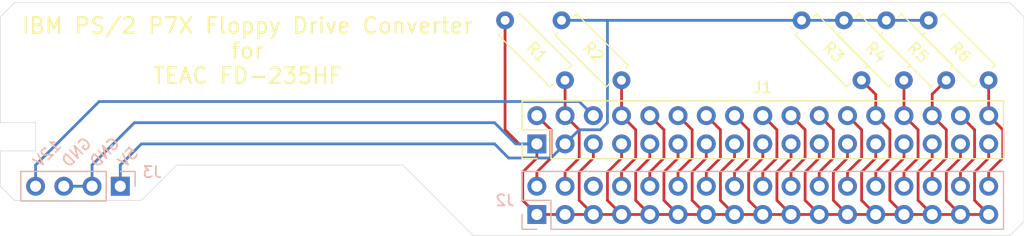
<source format=kicad_pcb>
(kicad_pcb (version 20171130) (host pcbnew 5.1.9)

  (general
    (thickness 1.6)
    (drawings 21)
    (tracks 163)
    (zones 0)
    (modules 9)
    (nets 21)
  )

  (page A4)
  (title_block
    (title "IBM PS/2 P7X Floppy Drive Converter for TEAC FD-235HF")
    (date 2021-04-23)
    (rev v02)
    (company "Malte Dehling")
  )

  (layers
    (0 F.Cu signal)
    (31 B.Cu signal)
    (32 B.Adhes user)
    (33 F.Adhes user)
    (34 B.Paste user)
    (35 F.Paste user)
    (36 B.SilkS user)
    (37 F.SilkS user)
    (38 B.Mask user)
    (39 F.Mask user)
    (40 Dwgs.User user)
    (41 Cmts.User user)
    (42 Eco1.User user)
    (43 Eco2.User user)
    (44 Edge.Cuts user)
    (45 Margin user)
    (46 B.CrtYd user)
    (47 F.CrtYd user)
    (48 B.Fab user)
    (49 F.Fab user)
  )

  (setup
    (last_trace_width 0.25)
    (trace_clearance 0.2)
    (zone_clearance 0.508)
    (zone_45_only no)
    (trace_min 0.2)
    (via_size 0.8)
    (via_drill 0.4)
    (via_min_size 0.4)
    (via_min_drill 0.3)
    (uvia_size 0.3)
    (uvia_drill 0.1)
    (uvias_allowed no)
    (uvia_min_size 0.2)
    (uvia_min_drill 0.1)
    (edge_width 0.05)
    (segment_width 0.2)
    (pcb_text_width 0.3)
    (pcb_text_size 1.5 1.5)
    (mod_edge_width 0.12)
    (mod_text_size 1 1)
    (mod_text_width 0.15)
    (pad_size 1.524 1.524)
    (pad_drill 0.762)
    (pad_to_mask_clearance 0)
    (aux_axis_origin 0 0)
    (visible_elements FFFFFF7F)
    (pcbplotparams
      (layerselection 0x010fc_ffffffff)
      (usegerberextensions false)
      (usegerberattributes true)
      (usegerberadvancedattributes true)
      (creategerberjobfile true)
      (excludeedgelayer true)
      (linewidth 0.100000)
      (plotframeref false)
      (viasonmask false)
      (mode 1)
      (useauxorigin false)
      (hpglpennumber 1)
      (hpglpenspeed 20)
      (hpglpendiameter 15.000000)
      (psnegative false)
      (psa4output false)
      (plotreference true)
      (plotvalue true)
      (plotinvisibletext false)
      (padsonsilk false)
      (subtractmaskfromsilk false)
      (outputformat 1)
      (mirror false)
      (drillshape 1)
      (scaleselection 1)
      (outputdirectory ""))
  )

  (net 0 "")
  (net 1 GND)
  (net 2 /HDSEL)
  (net 3 +5V)
  (net 4 /ID1)
  (net 5 +12V)
  (net 6 /INDEX)
  (net 7 /MOTEN_B)
  (net 8 /DSEL_A)
  (net 9 /DSEL_B)
  (net 10 /MOTEN_A)
  (net 11 /DIR)
  (net 12 /STEP)
  (net 13 /WDATA)
  (net 14 /WENABLE)
  (net 15 /TRACK0)
  (net 16 /WPROT)
  (net 17 /RDATA)
  (net 18 /H1SEL)
  (net 19 /DISKCHG)
  (net 20 "Net-(J2-Pad6)")

  (net_class Default "This is the default net class."
    (clearance 0.2)
    (trace_width 0.25)
    (via_dia 0.8)
    (via_drill 0.4)
    (uvia_dia 0.3)
    (uvia_drill 0.1)
    (add_net +12V)
    (add_net +5V)
    (add_net /DIR)
    (add_net /DISKCHG)
    (add_net /DSEL_A)
    (add_net /DSEL_B)
    (add_net /H1SEL)
    (add_net /HDSEL)
    (add_net /ID1)
    (add_net /INDEX)
    (add_net /MOTEN_A)
    (add_net /MOTEN_B)
    (add_net /RDATA)
    (add_net /STEP)
    (add_net /TRACK0)
    (add_net /WDATA)
    (add_net /WENABLE)
    (add_net /WPROT)
    (add_net GND)
    (add_net "Net-(J2-Pad6)")
  )

  (module Connector_PinSocket_2.54mm:PinSocket_1x04_P2.54mm_Vertical (layer B.Cu) (tedit 5A19A429) (tstamp 60443387)
    (at 115.57 109.22 90)
    (descr "Through hole straight socket strip, 1x04, 2.54mm pitch, single row (from Kicad 4.0.7), script generated")
    (tags "Through hole socket strip THT 1x04 2.54mm single row")
    (path /6032E183)
    (fp_text reference J3 (at 1.27 1.905 unlocked) (layer B.SilkS)
      (effects (font (size 1 1) (thickness 0.15)) (justify right mirror))
    )
    (fp_text value "Floppy Power" (at 2.54 -3.81 180) (layer B.Fab)
      (effects (font (size 1 1) (thickness 0.15)) (justify mirror))
    )
    (fp_text user %R (at 1.27 1.905 unlocked) (layer B.Fab)
      (effects (font (size 1 1) (thickness 0.15)) (justify right mirror))
    )
    (fp_line (start -1.27 1.27) (end 0.635 1.27) (layer B.Fab) (width 0.1))
    (fp_line (start 0.635 1.27) (end 1.27 0.635) (layer B.Fab) (width 0.1))
    (fp_line (start 1.27 0.635) (end 1.27 -8.89) (layer B.Fab) (width 0.1))
    (fp_line (start 1.27 -8.89) (end -1.27 -8.89) (layer B.Fab) (width 0.1))
    (fp_line (start -1.27 -8.89) (end -1.27 1.27) (layer B.Fab) (width 0.1))
    (fp_line (start -1.33 -1.27) (end 1.33 -1.27) (layer B.SilkS) (width 0.12))
    (fp_line (start -1.33 -1.27) (end -1.33 -8.95) (layer B.SilkS) (width 0.12))
    (fp_line (start -1.33 -8.95) (end 1.33 -8.95) (layer B.SilkS) (width 0.12))
    (fp_line (start 1.33 -1.27) (end 1.33 -8.95) (layer B.SilkS) (width 0.12))
    (fp_line (start 1.33 1.33) (end 1.33 0) (layer B.SilkS) (width 0.12))
    (fp_line (start 0 1.33) (end 1.33 1.33) (layer B.SilkS) (width 0.12))
    (fp_line (start -1.8 1.8) (end 1.75 1.8) (layer B.CrtYd) (width 0.05))
    (fp_line (start 1.75 1.8) (end 1.75 -9.4) (layer B.CrtYd) (width 0.05))
    (fp_line (start 1.75 -9.4) (end -1.8 -9.4) (layer B.CrtYd) (width 0.05))
    (fp_line (start -1.8 -9.4) (end -1.8 1.8) (layer B.CrtYd) (width 0.05))
    (pad 1 thru_hole rect (at 0 0 90) (size 1.7 1.7) (drill 1) (layers *.Cu *.Mask)
      (net 3 +5V))
    (pad 2 thru_hole oval (at 0 -2.54 90) (size 1.7 1.7) (drill 1) (layers *.Cu *.Mask)
      (net 1 GND))
    (pad 3 thru_hole oval (at 0 -5.08 90) (size 1.7 1.7) (drill 1) (layers *.Cu *.Mask)
      (net 1 GND))
    (pad 4 thru_hole oval (at 0 -7.62 90) (size 1.7 1.7) (drill 1) (layers *.Cu *.Mask)
      (net 5 +12V))
    (model ${KISYS3DMOD}/Connector_PinSocket_2.54mm.3dshapes/PinSocket_1x04_P2.54mm_Vertical.wrl
      (at (xyz 0 0 0))
      (scale (xyz 1 1 1))
      (rotate (xyz 0 0 0))
    )
  )

  (module Resistor_THT:R_Axial_DIN0207_L6.3mm_D2.5mm_P7.62mm_Horizontal (layer F.Cu) (tedit 5AE5139B) (tstamp 604433F4)
    (at 188.2775 94.2975 315)
    (descr "Resistor, Axial_DIN0207 series, Axial, Horizontal, pin pitch=7.62mm, 0.25W = 1/4W, length*diameter=6.3*2.5mm^2, http://cdn-reichelt.de/documents/datenblatt/B400/1_4W%23YAG.pdf")
    (tags "Resistor Axial_DIN0207 series Axial Horizontal pin pitch 7.62mm 0.25W = 1/4W length 6.3mm diameter 2.5mm")
    (path /6048DB0C)
    (fp_text reference R6 (at 4.041115 0 315 unlocked) (layer F.SilkS)
      (effects (font (size 1 1) (thickness 0.15)))
    )
    (fp_text value 1K (at 5.837166 0 315 unlocked) (layer F.Fab)
      (effects (font (size 1 1) (thickness 0.15)))
    )
    (fp_line (start 8.67 -1.5) (end -1.05 -1.5) (layer F.CrtYd) (width 0.05))
    (fp_line (start 8.67 1.5) (end 8.67 -1.5) (layer F.CrtYd) (width 0.05))
    (fp_line (start -1.05 1.5) (end 8.67 1.5) (layer F.CrtYd) (width 0.05))
    (fp_line (start -1.05 -1.5) (end -1.05 1.5) (layer F.CrtYd) (width 0.05))
    (fp_line (start 7.08 1.37) (end 7.08 1.04) (layer F.SilkS) (width 0.12))
    (fp_line (start 0.54 1.37) (end 7.08 1.37) (layer F.SilkS) (width 0.12))
    (fp_line (start 0.54 1.04) (end 0.54 1.37) (layer F.SilkS) (width 0.12))
    (fp_line (start 7.08 -1.37) (end 7.08 -1.04) (layer F.SilkS) (width 0.12))
    (fp_line (start 0.54 -1.37) (end 7.08 -1.37) (layer F.SilkS) (width 0.12))
    (fp_line (start 0.54 -1.04) (end 0.54 -1.37) (layer F.SilkS) (width 0.12))
    (fp_line (start 7.62 0) (end 6.96 0) (layer F.Fab) (width 0.1))
    (fp_line (start 0 0) (end 0.66 0) (layer F.Fab) (width 0.1))
    (fp_line (start 6.96 -1.25) (end 0.66 -1.25) (layer F.Fab) (width 0.1))
    (fp_line (start 6.96 1.25) (end 6.96 -1.25) (layer F.Fab) (width 0.1))
    (fp_line (start 0.66 1.25) (end 6.96 1.25) (layer F.Fab) (width 0.1))
    (fp_line (start 0.66 -1.25) (end 0.66 1.25) (layer F.Fab) (width 0.1))
    (fp_text user %R (at 4.041115 0 315 unlocked) (layer F.Fab)
      (effects (font (size 1 1) (thickness 0.15)))
    )
    (pad 2 thru_hole oval (at 7.62 0 315) (size 1.6 1.6) (drill 0.8) (layers *.Cu *.Mask)
      (net 19 /DISKCHG))
    (pad 1 thru_hole circle (at 0 0 315) (size 1.6 1.6) (drill 0.8) (layers *.Cu *.Mask)
      (net 3 +5V))
    (model ${KISYS3DMOD}/Resistor_THT.3dshapes/R_Axial_DIN0207_L6.3mm_D2.5mm_P7.62mm_Horizontal.wrl
      (at (xyz 0 0 0))
      (scale (xyz 1 1 1))
      (rotate (xyz 0 0 0))
    )
  )

  (module Resistor_THT:R_Axial_DIN0207_L6.3mm_D2.5mm_P7.62mm_Horizontal (layer F.Cu) (tedit 5AE5139B) (tstamp 604384AF)
    (at 155.2575 94.2975 315)
    (descr "Resistor, Axial_DIN0207 series, Axial, Horizontal, pin pitch=7.62mm, 0.25W = 1/4W, length*diameter=6.3*2.5mm^2, http://cdn-reichelt.de/documents/datenblatt/B400/1_4W%23YAG.pdf")
    (tags "Resistor Axial_DIN0207 series Axial Horizontal pin pitch 7.62mm 0.25W = 1/4W length 6.3mm diameter 2.5mm")
    (path /602ED89B)
    (fp_text reference R2 (at 4.041115 0 315 unlocked) (layer F.SilkS)
      (effects (font (size 1 1) (thickness 0.15)))
    )
    (fp_text value 1K (at 5.837166 0 315 unlocked) (layer F.Fab)
      (effects (font (size 1 1) (thickness 0.15)))
    )
    (fp_line (start 8.67 -1.5) (end -1.05 -1.5) (layer F.CrtYd) (width 0.05))
    (fp_line (start 8.67 1.5) (end 8.67 -1.5) (layer F.CrtYd) (width 0.05))
    (fp_line (start -1.05 1.5) (end 8.67 1.5) (layer F.CrtYd) (width 0.05))
    (fp_line (start -1.05 -1.5) (end -1.05 1.5) (layer F.CrtYd) (width 0.05))
    (fp_line (start 7.08 1.37) (end 7.08 1.04) (layer F.SilkS) (width 0.12))
    (fp_line (start 0.54 1.37) (end 7.08 1.37) (layer F.SilkS) (width 0.12))
    (fp_line (start 0.54 1.04) (end 0.54 1.37) (layer F.SilkS) (width 0.12))
    (fp_line (start 7.08 -1.37) (end 7.08 -1.04) (layer F.SilkS) (width 0.12))
    (fp_line (start 0.54 -1.37) (end 7.08 -1.37) (layer F.SilkS) (width 0.12))
    (fp_line (start 0.54 -1.04) (end 0.54 -1.37) (layer F.SilkS) (width 0.12))
    (fp_line (start 7.62 0) (end 6.96 0) (layer F.Fab) (width 0.1))
    (fp_line (start 0 0) (end 0.66 0) (layer F.Fab) (width 0.1))
    (fp_line (start 6.96 -1.25) (end 0.66 -1.25) (layer F.Fab) (width 0.1))
    (fp_line (start 6.96 1.25) (end 6.96 -1.25) (layer F.Fab) (width 0.1))
    (fp_line (start 0.66 1.25) (end 6.96 1.25) (layer F.Fab) (width 0.1))
    (fp_line (start 0.66 -1.25) (end 0.66 1.25) (layer F.Fab) (width 0.1))
    (fp_text user %R (at 4.041115 0 315 unlocked) (layer F.Fab)
      (effects (font (size 1 1) (thickness 0.15)))
    )
    (pad 2 thru_hole oval (at 7.62 0 315) (size 1.6 1.6) (drill 0.8) (layers *.Cu *.Mask)
      (net 6 /INDEX))
    (pad 1 thru_hole circle (at 0 0 315) (size 1.6 1.6) (drill 0.8) (layers *.Cu *.Mask)
      (net 3 +5V))
    (model ${KISYS3DMOD}/Resistor_THT.3dshapes/R_Axial_DIN0207_L6.3mm_D2.5mm_P7.62mm_Horizontal.wrl
      (at (xyz 0 0 0))
      (scale (xyz 1 1 1))
      (rotate (xyz 0 0 0))
    )
  )

  (module Resistor_THT:R_Axial_DIN0207_L6.3mm_D2.5mm_P7.62mm_Horizontal (layer F.Cu) (tedit 5AE5139B) (tstamp 6044DAC6)
    (at 150.1775 94.2975 315)
    (descr "Resistor, Axial_DIN0207 series, Axial, Horizontal, pin pitch=7.62mm, 0.25W = 1/4W, length*diameter=6.3*2.5mm^2, http://cdn-reichelt.de/documents/datenblatt/B400/1_4W%23YAG.pdf")
    (tags "Resistor Axial_DIN0207 series Axial Horizontal pin pitch 7.62mm 0.25W = 1/4W length 6.3mm diameter 2.5mm")
    (path /60322258)
    (fp_text reference R1 (at 4.041115 0 315 unlocked) (layer F.SilkS)
      (effects (font (size 1 1) (thickness 0.15)))
    )
    (fp_text value 1K (at 5.837166 0 315 unlocked) (layer F.Fab)
      (effects (font (size 1 1) (thickness 0.15)))
    )
    (fp_line (start 8.67 -1.5) (end -1.05 -1.5) (layer F.CrtYd) (width 0.05))
    (fp_line (start 8.67 1.5) (end 8.67 -1.5) (layer F.CrtYd) (width 0.05))
    (fp_line (start -1.05 1.5) (end 8.67 1.5) (layer F.CrtYd) (width 0.05))
    (fp_line (start -1.05 -1.5) (end -1.05 1.5) (layer F.CrtYd) (width 0.05))
    (fp_line (start 7.08 1.37) (end 7.08 1.04) (layer F.SilkS) (width 0.12))
    (fp_line (start 0.54 1.37) (end 7.08 1.37) (layer F.SilkS) (width 0.12))
    (fp_line (start 0.54 1.04) (end 0.54 1.37) (layer F.SilkS) (width 0.12))
    (fp_line (start 7.08 -1.37) (end 7.08 -1.04) (layer F.SilkS) (width 0.12))
    (fp_line (start 0.54 -1.37) (end 7.08 -1.37) (layer F.SilkS) (width 0.12))
    (fp_line (start 0.54 -1.04) (end 0.54 -1.37) (layer F.SilkS) (width 0.12))
    (fp_line (start 7.62 0) (end 6.96 0) (layer F.Fab) (width 0.1))
    (fp_line (start 0 0) (end 0.66 0) (layer F.Fab) (width 0.1))
    (fp_line (start 6.96 -1.25) (end 0.66 -1.25) (layer F.Fab) (width 0.1))
    (fp_line (start 6.96 1.25) (end 6.96 -1.25) (layer F.Fab) (width 0.1))
    (fp_line (start 0.66 1.25) (end 6.96 1.25) (layer F.Fab) (width 0.1))
    (fp_line (start 0.66 -1.25) (end 0.66 1.25) (layer F.Fab) (width 0.1))
    (fp_text user %R (at 4.041115 0 315 unlocked) (layer F.Fab)
      (effects (font (size 1 1) (thickness 0.15)))
    )
    (pad 2 thru_hole oval (at 7.62 0 315) (size 1.6 1.6) (drill 0.8) (layers *.Cu *.Mask)
      (net 4 /ID1))
    (pad 1 thru_hole circle (at 0 0 315) (size 1.6 1.6) (drill 0.8) (layers *.Cu *.Mask)
      (net 1 GND))
    (model ${KISYS3DMOD}/Resistor_THT.3dshapes/R_Axial_DIN0207_L6.3mm_D2.5mm_P7.62mm_Horizontal.wrl
      (at (xyz 0 0 0))
      (scale (xyz 1 1 1))
      (rotate (xyz 0 0 0))
    )
  )

  (module Resistor_THT:R_Axial_DIN0207_L6.3mm_D2.5mm_P7.62mm_Horizontal (layer F.Cu) (tedit 5AE5139B) (tstamp 606D9640)
    (at 176.8475 94.2975 315)
    (descr "Resistor, Axial_DIN0207 series, Axial, Horizontal, pin pitch=7.62mm, 0.25W = 1/4W, length*diameter=6.3*2.5mm^2, http://cdn-reichelt.de/documents/datenblatt/B400/1_4W%23YAG.pdf")
    (tags "Resistor Axial_DIN0207 series Axial Horizontal pin pitch 7.62mm 0.25W = 1/4W length 6.3mm diameter 2.5mm")
    (path /6048CB0A)
    (fp_text reference R3 (at 4.041115 0 315 unlocked) (layer F.SilkS)
      (effects (font (size 1 1) (thickness 0.15)))
    )
    (fp_text value 1K (at 5.837166 0 315 unlocked) (layer F.Fab)
      (effects (font (size 1 1) (thickness 0.15)))
    )
    (fp_line (start 8.67 -1.5) (end -1.05 -1.5) (layer F.CrtYd) (width 0.05))
    (fp_line (start 8.67 1.5) (end 8.67 -1.5) (layer F.CrtYd) (width 0.05))
    (fp_line (start -1.05 1.5) (end 8.67 1.5) (layer F.CrtYd) (width 0.05))
    (fp_line (start -1.05 -1.5) (end -1.05 1.5) (layer F.CrtYd) (width 0.05))
    (fp_line (start 7.08 1.37) (end 7.08 1.04) (layer F.SilkS) (width 0.12))
    (fp_line (start 0.54 1.37) (end 7.08 1.37) (layer F.SilkS) (width 0.12))
    (fp_line (start 0.54 1.04) (end 0.54 1.37) (layer F.SilkS) (width 0.12))
    (fp_line (start 7.08 -1.37) (end 7.08 -1.04) (layer F.SilkS) (width 0.12))
    (fp_line (start 0.54 -1.37) (end 7.08 -1.37) (layer F.SilkS) (width 0.12))
    (fp_line (start 0.54 -1.04) (end 0.54 -1.37) (layer F.SilkS) (width 0.12))
    (fp_line (start 7.62 0) (end 6.96 0) (layer F.Fab) (width 0.1))
    (fp_line (start 0 0) (end 0.66 0) (layer F.Fab) (width 0.1))
    (fp_line (start 6.96 -1.25) (end 0.66 -1.25) (layer F.Fab) (width 0.1))
    (fp_line (start 6.96 1.25) (end 6.96 -1.25) (layer F.Fab) (width 0.1))
    (fp_line (start 0.66 1.25) (end 6.96 1.25) (layer F.Fab) (width 0.1))
    (fp_line (start 0.66 -1.25) (end 0.66 1.25) (layer F.Fab) (width 0.1))
    (fp_text user %R (at 4.041115 0 315 unlocked) (layer F.Fab)
      (effects (font (size 1 1) (thickness 0.15)))
    )
    (pad 2 thru_hole oval (at 7.62 0 315) (size 1.6 1.6) (drill 0.8) (layers *.Cu *.Mask)
      (net 15 /TRACK0))
    (pad 1 thru_hole circle (at 0 0 315) (size 1.6 1.6) (drill 0.8) (layers *.Cu *.Mask)
      (net 3 +5V))
    (model ${KISYS3DMOD}/Resistor_THT.3dshapes/R_Axial_DIN0207_L6.3mm_D2.5mm_P7.62mm_Horizontal.wrl
      (at (xyz 0 0 0))
      (scale (xyz 1 1 1))
      (rotate (xyz 0 0 0))
    )
  )

  (module Resistor_THT:R_Axial_DIN0207_L6.3mm_D2.5mm_P7.62mm_Horizontal (layer F.Cu) (tedit 5AE5139B) (tstamp 6044D733)
    (at 180.6575 94.2975 315)
    (descr "Resistor, Axial_DIN0207 series, Axial, Horizontal, pin pitch=7.62mm, 0.25W = 1/4W, length*diameter=6.3*2.5mm^2, http://cdn-reichelt.de/documents/datenblatt/B400/1_4W%23YAG.pdf")
    (tags "Resistor Axial_DIN0207 series Axial Horizontal pin pitch 7.62mm 0.25W = 1/4W length 6.3mm diameter 2.5mm")
    (path /6048D34A)
    (fp_text reference R4 (at 4.041115 0 315 unlocked) (layer F.SilkS)
      (effects (font (size 1 1) (thickness 0.15)))
    )
    (fp_text value 1K (at 5.837166 0 315 unlocked) (layer F.Fab)
      (effects (font (size 1 1) (thickness 0.15)))
    )
    (fp_line (start 8.67 -1.5) (end -1.05 -1.5) (layer F.CrtYd) (width 0.05))
    (fp_line (start 8.67 1.5) (end 8.67 -1.5) (layer F.CrtYd) (width 0.05))
    (fp_line (start -1.05 1.5) (end 8.67 1.5) (layer F.CrtYd) (width 0.05))
    (fp_line (start -1.05 -1.5) (end -1.05 1.5) (layer F.CrtYd) (width 0.05))
    (fp_line (start 7.08 1.37) (end 7.08 1.04) (layer F.SilkS) (width 0.12))
    (fp_line (start 0.54 1.37) (end 7.08 1.37) (layer F.SilkS) (width 0.12))
    (fp_line (start 0.54 1.04) (end 0.54 1.37) (layer F.SilkS) (width 0.12))
    (fp_line (start 7.08 -1.37) (end 7.08 -1.04) (layer F.SilkS) (width 0.12))
    (fp_line (start 0.54 -1.37) (end 7.08 -1.37) (layer F.SilkS) (width 0.12))
    (fp_line (start 0.54 -1.04) (end 0.54 -1.37) (layer F.SilkS) (width 0.12))
    (fp_line (start 7.62 0) (end 6.96 0) (layer F.Fab) (width 0.1))
    (fp_line (start 0 0) (end 0.66 0) (layer F.Fab) (width 0.1))
    (fp_line (start 6.96 -1.25) (end 0.66 -1.25) (layer F.Fab) (width 0.1))
    (fp_line (start 6.96 1.25) (end 6.96 -1.25) (layer F.Fab) (width 0.1))
    (fp_line (start 0.66 1.25) (end 6.96 1.25) (layer F.Fab) (width 0.1))
    (fp_line (start 0.66 -1.25) (end 0.66 1.25) (layer F.Fab) (width 0.1))
    (fp_text user %R (at 4.041115 0 315 unlocked) (layer F.Fab)
      (effects (font (size 1 1) (thickness 0.15)))
    )
    (pad 2 thru_hole oval (at 7.62 0 315) (size 1.6 1.6) (drill 0.8) (layers *.Cu *.Mask)
      (net 16 /WPROT))
    (pad 1 thru_hole circle (at 0 0 315) (size 1.6 1.6) (drill 0.8) (layers *.Cu *.Mask)
      (net 3 +5V))
    (model ${KISYS3DMOD}/Resistor_THT.3dshapes/R_Axial_DIN0207_L6.3mm_D2.5mm_P7.62mm_Horizontal.wrl
      (at (xyz 0 0 0))
      (scale (xyz 1 1 1))
      (rotate (xyz 0 0 0))
    )
  )

  (module Resistor_THT:R_Axial_DIN0207_L6.3mm_D2.5mm_P7.62mm_Horizontal (layer F.Cu) (tedit 5AE5139B) (tstamp 606D927F)
    (at 184.4675 94.2975 315)
    (descr "Resistor, Axial_DIN0207 series, Axial, Horizontal, pin pitch=7.62mm, 0.25W = 1/4W, length*diameter=6.3*2.5mm^2, http://cdn-reichelt.de/documents/datenblatt/B400/1_4W%23YAG.pdf")
    (tags "Resistor Axial_DIN0207 series Axial Horizontal pin pitch 7.62mm 0.25W = 1/4W length 6.3mm diameter 2.5mm")
    (path /6048D80A)
    (fp_text reference R5 (at 4.041115 0 315 unlocked) (layer F.SilkS)
      (effects (font (size 1 1) (thickness 0.15)))
    )
    (fp_text value 1K (at 5.837166 0 315 unlocked) (layer F.Fab)
      (effects (font (size 1 1) (thickness 0.15)))
    )
    (fp_line (start 8.67 -1.5) (end -1.05 -1.5) (layer F.CrtYd) (width 0.05))
    (fp_line (start 8.67 1.5) (end 8.67 -1.5) (layer F.CrtYd) (width 0.05))
    (fp_line (start -1.05 1.5) (end 8.67 1.5) (layer F.CrtYd) (width 0.05))
    (fp_line (start -1.05 -1.5) (end -1.05 1.5) (layer F.CrtYd) (width 0.05))
    (fp_line (start 7.08 1.37) (end 7.08 1.04) (layer F.SilkS) (width 0.12))
    (fp_line (start 0.54 1.37) (end 7.08 1.37) (layer F.SilkS) (width 0.12))
    (fp_line (start 0.54 1.04) (end 0.54 1.37) (layer F.SilkS) (width 0.12))
    (fp_line (start 7.08 -1.37) (end 7.08 -1.04) (layer F.SilkS) (width 0.12))
    (fp_line (start 0.54 -1.37) (end 7.08 -1.37) (layer F.SilkS) (width 0.12))
    (fp_line (start 0.54 -1.04) (end 0.54 -1.37) (layer F.SilkS) (width 0.12))
    (fp_line (start 7.62 0) (end 6.96 0) (layer F.Fab) (width 0.1))
    (fp_line (start 0 0) (end 0.66 0) (layer F.Fab) (width 0.1))
    (fp_line (start 6.96 -1.25) (end 0.66 -1.25) (layer F.Fab) (width 0.1))
    (fp_line (start 6.96 1.25) (end 6.96 -1.25) (layer F.Fab) (width 0.1))
    (fp_line (start 0.66 1.25) (end 6.96 1.25) (layer F.Fab) (width 0.1))
    (fp_line (start 0.66 -1.25) (end 0.66 1.25) (layer F.Fab) (width 0.1))
    (fp_text user %R (at 4.041115 0 315 unlocked) (layer F.Fab)
      (effects (font (size 1 1) (thickness 0.15)))
    )
    (pad 2 thru_hole oval (at 7.62 0 315) (size 1.6 1.6) (drill 0.8) (layers *.Cu *.Mask)
      (net 17 /RDATA))
    (pad 1 thru_hole circle (at 0 0 315) (size 1.6 1.6) (drill 0.8) (layers *.Cu *.Mask)
      (net 3 +5V))
    (model ${KISYS3DMOD}/Resistor_THT.3dshapes/R_Axial_DIN0207_L6.3mm_D2.5mm_P7.62mm_Horizontal.wrl
      (at (xyz 0 0 0))
      (scale (xyz 1 1 1))
      (rotate (xyz 0 0 0))
    )
  )

  (module Connector_PinHeader_2.54mm:PinHeader_2x17_P2.54mm_Vertical (layer F.Cu) (tedit 59FED5CC) (tstamp 6043FAED)
    (at 153.035 105.41 90)
    (descr "Through hole straight pin header, 2x17, 2.54mm pitch, double rows")
    (tags "Through hole pin header THT 2x17 2.54mm double row")
    (path /602920B2)
    (fp_text reference J1 (at 5.08 20.32 unlocked) (layer F.SilkS)
      (effects (font (size 1 1) (thickness 0.15)))
    )
    (fp_text value "P7X Side" (at 0 -1.905 unlocked) (layer F.Fab)
      (effects (font (size 1 1) (thickness 0.15)) (justify right))
    )
    (fp_line (start 4.35 -1.8) (end -1.8 -1.8) (layer F.CrtYd) (width 0.05))
    (fp_line (start 4.35 42.45) (end 4.35 -1.8) (layer F.CrtYd) (width 0.05))
    (fp_line (start -1.8 42.45) (end 4.35 42.45) (layer F.CrtYd) (width 0.05))
    (fp_line (start -1.8 -1.8) (end -1.8 42.45) (layer F.CrtYd) (width 0.05))
    (fp_line (start -1.33 -1.33) (end 0 -1.33) (layer F.SilkS) (width 0.12))
    (fp_line (start -1.33 0) (end -1.33 -1.33) (layer F.SilkS) (width 0.12))
    (fp_line (start 1.27 -1.33) (end 3.87 -1.33) (layer F.SilkS) (width 0.12))
    (fp_line (start 1.27 1.27) (end 1.27 -1.33) (layer F.SilkS) (width 0.12))
    (fp_line (start -1.33 1.27) (end 1.27 1.27) (layer F.SilkS) (width 0.12))
    (fp_line (start 3.87 -1.33) (end 3.87 41.97) (layer F.SilkS) (width 0.12))
    (fp_line (start -1.33 1.27) (end -1.33 41.97) (layer F.SilkS) (width 0.12))
    (fp_line (start -1.33 41.97) (end 3.87 41.97) (layer F.SilkS) (width 0.12))
    (fp_line (start -1.27 0) (end 0 -1.27) (layer F.Fab) (width 0.1))
    (fp_line (start -1.27 41.91) (end -1.27 0) (layer F.Fab) (width 0.1))
    (fp_line (start 3.81 41.91) (end -1.27 41.91) (layer F.Fab) (width 0.1))
    (fp_line (start 3.81 -1.27) (end 3.81 41.91) (layer F.Fab) (width 0.1))
    (fp_line (start 0 -1.27) (end 3.81 -1.27) (layer F.Fab) (width 0.1))
    (fp_text user %R (at 1.27 20.32) (layer F.Fab)
      (effects (font (size 1 1) (thickness 0.15)))
    )
    (pad 34 thru_hole oval (at 2.54 40.64 90) (size 1.7 1.7) (drill 1) (layers *.Cu *.Mask)
      (net 19 /DISKCHG))
    (pad 33 thru_hole oval (at 0 40.64 90) (size 1.7 1.7) (drill 1) (layers *.Cu *.Mask)
      (net 1 GND))
    (pad 32 thru_hole oval (at 2.54 38.1 90) (size 1.7 1.7) (drill 1) (layers *.Cu *.Mask)
      (net 18 /H1SEL))
    (pad 31 thru_hole oval (at 0 38.1 90) (size 1.7 1.7) (drill 1) (layers *.Cu *.Mask)
      (net 1 GND))
    (pad 30 thru_hole oval (at 2.54 35.56 90) (size 1.7 1.7) (drill 1) (layers *.Cu *.Mask)
      (net 17 /RDATA))
    (pad 29 thru_hole oval (at 0 35.56 90) (size 1.7 1.7) (drill 1) (layers *.Cu *.Mask)
      (net 1 GND))
    (pad 28 thru_hole oval (at 2.54 33.02 90) (size 1.7 1.7) (drill 1) (layers *.Cu *.Mask)
      (net 16 /WPROT))
    (pad 27 thru_hole oval (at 0 33.02 90) (size 1.7 1.7) (drill 1) (layers *.Cu *.Mask)
      (net 1 GND))
    (pad 26 thru_hole oval (at 2.54 30.48 90) (size 1.7 1.7) (drill 1) (layers *.Cu *.Mask)
      (net 15 /TRACK0))
    (pad 25 thru_hole oval (at 0 30.48 90) (size 1.7 1.7) (drill 1) (layers *.Cu *.Mask)
      (net 1 GND))
    (pad 24 thru_hole oval (at 2.54 27.94 90) (size 1.7 1.7) (drill 1) (layers *.Cu *.Mask)
      (net 14 /WENABLE))
    (pad 23 thru_hole oval (at 0 27.94 90) (size 1.7 1.7) (drill 1) (layers *.Cu *.Mask)
      (net 1 GND))
    (pad 22 thru_hole oval (at 2.54 25.4 90) (size 1.7 1.7) (drill 1) (layers *.Cu *.Mask)
      (net 13 /WDATA))
    (pad 21 thru_hole oval (at 0 25.4 90) (size 1.7 1.7) (drill 1) (layers *.Cu *.Mask)
      (net 1 GND))
    (pad 20 thru_hole oval (at 2.54 22.86 90) (size 1.7 1.7) (drill 1) (layers *.Cu *.Mask)
      (net 12 /STEP))
    (pad 19 thru_hole oval (at 0 22.86 90) (size 1.7 1.7) (drill 1) (layers *.Cu *.Mask)
      (net 1 GND))
    (pad 18 thru_hole oval (at 2.54 20.32 90) (size 1.7 1.7) (drill 1) (layers *.Cu *.Mask)
      (net 11 /DIR))
    (pad 17 thru_hole oval (at 0 20.32 90) (size 1.7 1.7) (drill 1) (layers *.Cu *.Mask)
      (net 1 GND))
    (pad 16 thru_hole oval (at 2.54 17.78 90) (size 1.7 1.7) (drill 1) (layers *.Cu *.Mask)
      (net 10 /MOTEN_A))
    (pad 15 thru_hole oval (at 0 17.78 90) (size 1.7 1.7) (drill 1) (layers *.Cu *.Mask)
      (net 1 GND))
    (pad 14 thru_hole oval (at 2.54 15.24 90) (size 1.7 1.7) (drill 1) (layers *.Cu *.Mask)
      (net 9 /DSEL_B))
    (pad 13 thru_hole oval (at 0 15.24 90) (size 1.7 1.7) (drill 1) (layers *.Cu *.Mask)
      (net 1 GND))
    (pad 12 thru_hole oval (at 2.54 12.7 90) (size 1.7 1.7) (drill 1) (layers *.Cu *.Mask)
      (net 8 /DSEL_A))
    (pad 11 thru_hole oval (at 0 12.7 90) (size 1.7 1.7) (drill 1) (layers *.Cu *.Mask)
      (net 1 GND))
    (pad 10 thru_hole oval (at 2.54 10.16 90) (size 1.7 1.7) (drill 1) (layers *.Cu *.Mask)
      (net 7 /MOTEN_B))
    (pad 9 thru_hole oval (at 0 10.16 90) (size 1.7 1.7) (drill 1) (layers *.Cu *.Mask)
      (net 1 GND))
    (pad 8 thru_hole oval (at 2.54 7.62 90) (size 1.7 1.7) (drill 1) (layers *.Cu *.Mask)
      (net 6 /INDEX))
    (pad 7 thru_hole oval (at 0 7.62 90) (size 1.7 1.7) (drill 1) (layers *.Cu *.Mask)
      (net 1 GND))
    (pad 6 thru_hole oval (at 2.54 5.08 90) (size 1.7 1.7) (drill 1) (layers *.Cu *.Mask)
      (net 5 +12V))
    (pad 5 thru_hole oval (at 0 5.08 90) (size 1.7 1.7) (drill 1) (layers *.Cu *.Mask)
      (net 1 GND))
    (pad 4 thru_hole oval (at 2.54 2.54 90) (size 1.7 1.7) (drill 1) (layers *.Cu *.Mask)
      (net 4 /ID1))
    (pad 3 thru_hole oval (at 0 2.54 90) (size 1.7 1.7) (drill 1) (layers *.Cu *.Mask)
      (net 3 +5V))
    (pad 2 thru_hole oval (at 2.54 0 90) (size 1.7 1.7) (drill 1) (layers *.Cu *.Mask)
      (net 2 /HDSEL))
    (pad 1 thru_hole rect (at 0 0 90) (size 1.7 1.7) (drill 1) (layers *.Cu *.Mask)
      (net 1 GND))
    (model ${KISYS3DMOD}/Connector_PinHeader_2.54mm.3dshapes/PinHeader_2x17_P2.54mm_Vertical.wrl
      (at (xyz 0 0 0))
      (scale (xyz 1 1 1))
      (rotate (xyz 0 0 0))
    )
  )

  (module Connector_PinSocket_2.54mm:PinSocket_2x17_P2.54mm_Vertical (layer B.Cu) (tedit 5A19A431) (tstamp 606D9795)
    (at 153.035 111.76 270)
    (descr "Through hole straight socket strip, 2x17, 2.54mm pitch, double cols (from Kicad 4.0.7), script generated")
    (tags "Through hole socket strip THT 2x17 2.54mm double row")
    (path /6029FC5D)
    (fp_text reference J2 (at -1.27 1.905 unlocked) (layer B.SilkS)
      (effects (font (size 1 1) (thickness 0.15)) (justify left mirror))
    )
    (fp_text value "Drive Side" (at 0 1.905 unlocked) (layer B.Fab)
      (effects (font (size 1 1) (thickness 0.15)) (justify left mirror))
    )
    (fp_line (start -3.81 1.27) (end 0.27 1.27) (layer B.Fab) (width 0.1))
    (fp_line (start 0.27 1.27) (end 1.27 0.27) (layer B.Fab) (width 0.1))
    (fp_line (start 1.27 0.27) (end 1.27 -41.91) (layer B.Fab) (width 0.1))
    (fp_line (start 1.27 -41.91) (end -3.81 -41.91) (layer B.Fab) (width 0.1))
    (fp_line (start -3.81 -41.91) (end -3.81 1.27) (layer B.Fab) (width 0.1))
    (fp_line (start -3.87 1.33) (end -1.27 1.33) (layer B.SilkS) (width 0.12))
    (fp_line (start -3.87 1.33) (end -3.87 -41.97) (layer B.SilkS) (width 0.12))
    (fp_line (start -3.87 -41.97) (end 1.33 -41.97) (layer B.SilkS) (width 0.12))
    (fp_line (start 1.33 -1.27) (end 1.33 -41.97) (layer B.SilkS) (width 0.12))
    (fp_line (start -1.27 -1.27) (end 1.33 -1.27) (layer B.SilkS) (width 0.12))
    (fp_line (start -1.27 1.33) (end -1.27 -1.27) (layer B.SilkS) (width 0.12))
    (fp_line (start 1.33 1.33) (end 1.33 0) (layer B.SilkS) (width 0.12))
    (fp_line (start 0 1.33) (end 1.33 1.33) (layer B.SilkS) (width 0.12))
    (fp_line (start -4.34 1.8) (end 1.76 1.8) (layer B.CrtYd) (width 0.05))
    (fp_line (start 1.76 1.8) (end 1.76 -42.4) (layer B.CrtYd) (width 0.05))
    (fp_line (start 1.76 -42.4) (end -4.34 -42.4) (layer B.CrtYd) (width 0.05))
    (fp_line (start -4.34 -42.4) (end -4.34 1.8) (layer B.CrtYd) (width 0.05))
    (fp_text user %R (at -1.27 -20.32 180) (layer B.Fab)
      (effects (font (size 1 1) (thickness 0.15)) (justify mirror))
    )
    (pad 1 thru_hole rect (at 0 0 270) (size 1.7 1.7) (drill 1) (layers *.Cu *.Mask)
      (net 1 GND))
    (pad 2 thru_hole oval (at -2.54 0 270) (size 1.7 1.7) (drill 1) (layers *.Cu *.Mask)
      (net 2 /HDSEL))
    (pad 3 thru_hole oval (at 0 -2.54 270) (size 1.7 1.7) (drill 1) (layers *.Cu *.Mask)
      (net 1 GND))
    (pad 4 thru_hole oval (at -2.54 -2.54 270) (size 1.7 1.7) (drill 1) (layers *.Cu *.Mask)
      (net 4 /ID1))
    (pad 5 thru_hole oval (at 0 -5.08 270) (size 1.7 1.7) (drill 1) (layers *.Cu *.Mask)
      (net 1 GND))
    (pad 6 thru_hole oval (at -2.54 -5.08 270) (size 1.7 1.7) (drill 1) (layers *.Cu *.Mask)
      (net 20 "Net-(J2-Pad6)"))
    (pad 7 thru_hole oval (at 0 -7.62 270) (size 1.7 1.7) (drill 1) (layers *.Cu *.Mask)
      (net 1 GND))
    (pad 8 thru_hole oval (at -2.54 -7.62 270) (size 1.7 1.7) (drill 1) (layers *.Cu *.Mask)
      (net 6 /INDEX))
    (pad 9 thru_hole oval (at 0 -10.16 270) (size 1.7 1.7) (drill 1) (layers *.Cu *.Mask)
      (net 1 GND))
    (pad 10 thru_hole oval (at -2.54 -10.16 270) (size 1.7 1.7) (drill 1) (layers *.Cu *.Mask)
      (net 7 /MOTEN_B))
    (pad 11 thru_hole oval (at 0 -12.7 270) (size 1.7 1.7) (drill 1) (layers *.Cu *.Mask)
      (net 1 GND))
    (pad 12 thru_hole oval (at -2.54 -12.7 270) (size 1.7 1.7) (drill 1) (layers *.Cu *.Mask)
      (net 8 /DSEL_A))
    (pad 13 thru_hole oval (at 0 -15.24 270) (size 1.7 1.7) (drill 1) (layers *.Cu *.Mask)
      (net 1 GND))
    (pad 14 thru_hole oval (at -2.54 -15.24 270) (size 1.7 1.7) (drill 1) (layers *.Cu *.Mask)
      (net 9 /DSEL_B))
    (pad 15 thru_hole oval (at 0 -17.78 270) (size 1.7 1.7) (drill 1) (layers *.Cu *.Mask)
      (net 1 GND))
    (pad 16 thru_hole oval (at -2.54 -17.78 270) (size 1.7 1.7) (drill 1) (layers *.Cu *.Mask)
      (net 10 /MOTEN_A))
    (pad 17 thru_hole oval (at 0 -20.32 270) (size 1.7 1.7) (drill 1) (layers *.Cu *.Mask)
      (net 1 GND))
    (pad 18 thru_hole oval (at -2.54 -20.32 270) (size 1.7 1.7) (drill 1) (layers *.Cu *.Mask)
      (net 11 /DIR))
    (pad 19 thru_hole oval (at 0 -22.86 270) (size 1.7 1.7) (drill 1) (layers *.Cu *.Mask)
      (net 1 GND))
    (pad 20 thru_hole oval (at -2.54 -22.86 270) (size 1.7 1.7) (drill 1) (layers *.Cu *.Mask)
      (net 12 /STEP))
    (pad 21 thru_hole oval (at 0 -25.4 270) (size 1.7 1.7) (drill 1) (layers *.Cu *.Mask)
      (net 1 GND))
    (pad 22 thru_hole oval (at -2.54 -25.4 270) (size 1.7 1.7) (drill 1) (layers *.Cu *.Mask)
      (net 13 /WDATA))
    (pad 23 thru_hole oval (at 0 -27.94 270) (size 1.7 1.7) (drill 1) (layers *.Cu *.Mask)
      (net 1 GND))
    (pad 24 thru_hole oval (at -2.54 -27.94 270) (size 1.7 1.7) (drill 1) (layers *.Cu *.Mask)
      (net 14 /WENABLE))
    (pad 25 thru_hole oval (at 0 -30.48 270) (size 1.7 1.7) (drill 1) (layers *.Cu *.Mask)
      (net 1 GND))
    (pad 26 thru_hole oval (at -2.54 -30.48 270) (size 1.7 1.7) (drill 1) (layers *.Cu *.Mask)
      (net 15 /TRACK0))
    (pad 27 thru_hole oval (at 0 -33.02 270) (size 1.7 1.7) (drill 1) (layers *.Cu *.Mask)
      (net 1 GND))
    (pad 28 thru_hole oval (at -2.54 -33.02 270) (size 1.7 1.7) (drill 1) (layers *.Cu *.Mask)
      (net 16 /WPROT))
    (pad 29 thru_hole oval (at 0 -35.56 270) (size 1.7 1.7) (drill 1) (layers *.Cu *.Mask)
      (net 1 GND))
    (pad 30 thru_hole oval (at -2.54 -35.56 270) (size 1.7 1.7) (drill 1) (layers *.Cu *.Mask)
      (net 17 /RDATA))
    (pad 31 thru_hole oval (at 0 -38.1 270) (size 1.7 1.7) (drill 1) (layers *.Cu *.Mask)
      (net 1 GND))
    (pad 32 thru_hole oval (at -2.54 -38.1 270) (size 1.7 1.7) (drill 1) (layers *.Cu *.Mask)
      (net 18 /H1SEL))
    (pad 33 thru_hole oval (at 0 -40.64 270) (size 1.7 1.7) (drill 1) (layers *.Cu *.Mask)
      (net 1 GND))
    (pad 34 thru_hole oval (at -2.54 -40.64 270) (size 1.7 1.7) (drill 1) (layers *.Cu *.Mask)
      (net 19 /DISKCHG))
    (model ${KISYS3DMOD}/Connector_PinSocket_2.54mm.3dshapes/PinSocket_2x17_P2.54mm_Vertical.wrl
      (at (xyz 0 0 0))
      (scale (xyz 1 1 1))
      (rotate (xyz 0 0 0))
    )
  )

  (gr_line (start 120.65 107.315) (end 117.475 110.49) (layer Edge.Cuts) (width 0.05) (tstamp 6082C444))
  (gr_line (start 140.97 107.315) (end 147.32 113.665) (layer Edge.Cuts) (width 0.05))
  (gr_line (start 120.65 107.315) (end 140.97 107.315) (layer Edge.Cuts) (width 0.05))
  (gr_line (start 106.045 110.49) (end 117.475 110.49) (layer Edge.Cuts) (width 0.05) (tstamp 606D8B29))
  (gr_line (start 104.775 93.98) (end 106.045 92.71) (layer Edge.Cuts) (width 0.05))
  (gr_line (start 104.775 103.505) (end 104.775 93.98) (layer Edge.Cuts) (width 0.05))
  (gr_line (start 107.95 103.505) (end 104.775 103.505) (layer Edge.Cuts) (width 0.05))
  (gr_line (start 107.95 106.045) (end 107.95 103.505) (layer Edge.Cuts) (width 0.05))
  (gr_line (start 104.775 106.045) (end 107.95 106.045) (layer Edge.Cuts) (width 0.05))
  (gr_line (start 104.775 109.22) (end 104.775 106.045) (layer Edge.Cuts) (width 0.05))
  (gr_line (start 106.045 110.49) (end 104.775 109.22) (layer Edge.Cuts) (width 0.05))
  (gr_line (start 196.85 93.98) (end 196.85 112.395) (layer Edge.Cuts) (width 0.05) (tstamp 606D64F6))
  (gr_line (start 195.58 92.71) (end 106.045 92.71) (layer Edge.Cuts) (width 0.05))
  (gr_line (start 196.85 93.98) (end 195.58 92.71) (layer Edge.Cuts) (width 0.05))
  (gr_line (start 195.58 113.665) (end 196.85 112.395) (layer Edge.Cuts) (width 0.05))
  (gr_line (start 147.32 113.665) (end 195.58 113.665) (layer Edge.Cuts) (width 0.05))
  (gr_text 12V (at 107.95 107.315 45) (layer B.SilkS) (tstamp 606D8D85)
    (effects (font (size 1 1) (thickness 0.15)) (justify right mirror))
  )
  (gr_text GND (at 113.03 107.315 45) (layer B.SilkS)
    (effects (font (size 1 1) (thickness 0.15)) (justify right mirror))
  )
  (gr_text GND (at 110.49 107.315 45) (layer B.SilkS)
    (effects (font (size 1 1) (thickness 0.15)) (justify right mirror))
  )
  (gr_text 5V (at 115.57 107.315 45) (layer B.SilkS)
    (effects (font (size 1 1) (thickness 0.15)) (justify right mirror))
  )
  (gr_text "IBM PS/2 P7X Floppy Drive Converter\nfor\nTEAC FD-235HF" (at 127 97.028) (layer F.SilkS)
    (effects (font (size 1.4 1.4) (thickness 0.2)))
  )

  (segment (start 193.675 111.76) (end 192.405 110.49) (width 0.25) (layer F.Cu) (net 1))
  (segment (start 192.405 110.49) (end 192.405 107.95) (width 0.25) (layer F.Cu) (net 1))
  (segment (start 192.405 107.95) (end 193.675 106.68) (width 0.25) (layer F.Cu) (net 1))
  (segment (start 193.675 106.68) (end 193.675 105.41) (width 0.25) (layer F.Cu) (net 1))
  (segment (start 191.135 111.76) (end 189.865 110.49) (width 0.25) (layer F.Cu) (net 1))
  (segment (start 189.865 110.49) (end 189.865 107.95) (width 0.25) (layer F.Cu) (net 1))
  (segment (start 189.865 107.95) (end 191.135 106.68) (width 0.25) (layer F.Cu) (net 1))
  (segment (start 191.135 106.68) (end 191.135 105.41) (width 0.25) (layer F.Cu) (net 1))
  (segment (start 188.595 111.76) (end 187.325 110.49) (width 0.25) (layer F.Cu) (net 1))
  (segment (start 187.325 110.49) (end 187.325 107.95) (width 0.25) (layer F.Cu) (net 1))
  (segment (start 187.325 107.95) (end 188.595 106.68) (width 0.25) (layer F.Cu) (net 1))
  (segment (start 188.595 106.68) (end 188.595 105.41) (width 0.25) (layer F.Cu) (net 1))
  (segment (start 186.055 111.76) (end 184.785 110.49) (width 0.25) (layer F.Cu) (net 1))
  (segment (start 184.785 110.49) (end 184.785 107.95) (width 0.25) (layer F.Cu) (net 1))
  (segment (start 184.785 107.95) (end 186.055 106.68) (width 0.25) (layer F.Cu) (net 1))
  (segment (start 186.055 106.68) (end 186.055 105.41) (width 0.25) (layer F.Cu) (net 1))
  (segment (start 183.515 111.76) (end 182.245 110.49) (width 0.25) (layer F.Cu) (net 1))
  (segment (start 182.245 110.49) (end 182.245 107.95) (width 0.25) (layer F.Cu) (net 1))
  (segment (start 182.245 107.95) (end 183.515 106.68) (width 0.25) (layer F.Cu) (net 1))
  (segment (start 183.515 106.68) (end 183.515 105.41) (width 0.25) (layer F.Cu) (net 1))
  (segment (start 180.975 111.76) (end 179.705 110.49) (width 0.25) (layer F.Cu) (net 1))
  (segment (start 179.705 110.49) (end 179.705 107.95) (width 0.25) (layer F.Cu) (net 1))
  (segment (start 179.705 107.95) (end 180.975 106.68) (width 0.25) (layer F.Cu) (net 1))
  (segment (start 180.975 106.68) (end 180.975 105.41) (width 0.25) (layer F.Cu) (net 1))
  (segment (start 178.435 111.76) (end 177.165 110.49) (width 0.25) (layer F.Cu) (net 1))
  (segment (start 177.165 110.49) (end 177.165 107.95) (width 0.25) (layer F.Cu) (net 1))
  (segment (start 177.165 107.95) (end 178.435 106.68) (width 0.25) (layer F.Cu) (net 1))
  (segment (start 178.435 106.68) (end 178.435 105.41) (width 0.25) (layer F.Cu) (net 1))
  (segment (start 175.895 111.76) (end 174.625 110.49) (width 0.25) (layer F.Cu) (net 1))
  (segment (start 174.625 110.49) (end 174.625 107.95) (width 0.25) (layer F.Cu) (net 1))
  (segment (start 174.625 107.95) (end 175.895 106.68) (width 0.25) (layer F.Cu) (net 1))
  (segment (start 175.895 106.68) (end 175.895 105.41) (width 0.25) (layer F.Cu) (net 1))
  (segment (start 173.355 111.76) (end 172.085 110.49) (width 0.25) (layer F.Cu) (net 1))
  (segment (start 172.085 110.49) (end 172.085 107.95) (width 0.25) (layer F.Cu) (net 1))
  (segment (start 172.085 107.95) (end 173.355 106.68) (width 0.25) (layer F.Cu) (net 1))
  (segment (start 173.355 106.68) (end 173.355 105.41) (width 0.25) (layer F.Cu) (net 1))
  (segment (start 170.815 111.76) (end 169.545 110.49) (width 0.25) (layer F.Cu) (net 1))
  (segment (start 169.545 110.49) (end 169.545 107.95) (width 0.25) (layer F.Cu) (net 1))
  (segment (start 169.545 107.95) (end 170.815 106.68) (width 0.25) (layer F.Cu) (net 1))
  (segment (start 170.815 106.68) (end 170.815 105.41) (width 0.25) (layer F.Cu) (net 1))
  (segment (start 168.275 111.76) (end 167.005 110.49) (width 0.25) (layer F.Cu) (net 1))
  (segment (start 167.005 110.49) (end 167.005 107.95) (width 0.25) (layer F.Cu) (net 1))
  (segment (start 167.005 107.95) (end 168.275 106.68) (width 0.25) (layer F.Cu) (net 1))
  (segment (start 168.275 106.68) (end 168.275 105.41) (width 0.25) (layer F.Cu) (net 1))
  (segment (start 165.735 111.76) (end 164.465 110.49) (width 0.25) (layer F.Cu) (net 1))
  (segment (start 164.465 110.49) (end 164.465 107.95) (width 0.25) (layer F.Cu) (net 1))
  (segment (start 164.465 107.95) (end 165.735 106.68) (width 0.25) (layer F.Cu) (net 1))
  (segment (start 165.735 106.68) (end 165.735 105.41) (width 0.25) (layer F.Cu) (net 1))
  (segment (start 163.195 111.76) (end 161.925 110.49) (width 0.25) (layer F.Cu) (net 1))
  (segment (start 161.925 110.49) (end 161.925 107.95) (width 0.25) (layer F.Cu) (net 1))
  (segment (start 161.925 107.95) (end 163.195 106.68) (width 0.25) (layer F.Cu) (net 1))
  (segment (start 163.195 106.68) (end 163.195 105.41) (width 0.25) (layer F.Cu) (net 1))
  (segment (start 160.655 111.76) (end 159.385 110.49) (width 0.25) (layer F.Cu) (net 1))
  (segment (start 159.385 110.49) (end 159.385 107.95) (width 0.25) (layer F.Cu) (net 1))
  (segment (start 159.385 107.95) (end 160.655 106.68) (width 0.25) (layer F.Cu) (net 1))
  (segment (start 160.655 106.68) (end 160.655 105.41) (width 0.25) (layer F.Cu) (net 1))
  (segment (start 158.115 111.76) (end 156.845 110.49) (width 0.25) (layer F.Cu) (net 1))
  (segment (start 156.845 110.49) (end 156.845 107.95) (width 0.25) (layer F.Cu) (net 1))
  (segment (start 156.845 107.95) (end 158.115 106.68) (width 0.25) (layer F.Cu) (net 1))
  (segment (start 158.115 106.68) (end 158.115 105.41) (width 0.25) (layer F.Cu) (net 1))
  (segment (start 153.035 111.76) (end 193.675 111.76) (width 0.25) (layer F.Cu) (net 1))
  (segment (start 153.035 111.76) (end 151.765 110.49) (width 0.25) (layer F.Cu) (net 1))
  (segment (start 151.765 110.49) (end 151.765 107.95) (width 0.25) (layer F.Cu) (net 1))
  (segment (start 151.765 107.95) (end 153.035 106.68) (width 0.25) (layer F.Cu) (net 1))
  (segment (start 153.035 106.68) (end 153.035 105.41) (width 0.25) (layer F.Cu) (net 1))
  (segment (start 113.03 109.22) (end 110.49 109.22) (width 0.25) (layer B.Cu) (net 1))
  (segment (start 150.1775 94.2975) (end 150.1775 104.14) (width 0.25) (layer F.Cu) (net 1))
  (segment (start 150.1775 104.14) (end 151.4475 105.41) (width 0.25) (layer F.Cu) (net 1))
  (segment (start 151.4475 105.41) (end 153.035 105.41) (width 0.25) (layer F.Cu) (net 1))
  (segment (start 113.03 107.315) (end 113.03 109.22) (width 0.25) (layer B.Cu) (net 1))
  (segment (start 116.84 103.505) (end 113.03 107.315) (width 0.25) (layer B.Cu) (net 1))
  (segment (start 149.225 103.505) (end 116.84 103.505) (width 0.25) (layer B.Cu) (net 1))
  (segment (start 151.13 105.41) (end 149.225 103.505) (width 0.25) (layer B.Cu) (net 1))
  (segment (start 153.035 105.41) (end 151.13 105.41) (width 0.25) (layer B.Cu) (net 1))
  (segment (start 153.035 109.22) (end 153.035 107.95) (width 0.25) (layer F.Cu) (net 2))
  (segment (start 153.035 107.95) (end 154.305 106.68) (width 0.25) (layer F.Cu) (net 2))
  (segment (start 154.305 106.68) (end 154.305 104.14) (width 0.25) (layer F.Cu) (net 2))
  (segment (start 154.305 104.14) (end 153.035 102.87) (width 0.25) (layer F.Cu) (net 2))
  (segment (start 159.385 103.505) (end 158.75 104.14) (width 0.25) (layer B.Cu) (net 3))
  (segment (start 158.75 104.14) (end 156.845 104.14) (width 0.25) (layer B.Cu) (net 3))
  (segment (start 156.845 104.14) (end 155.575 105.41) (width 0.25) (layer B.Cu) (net 3))
  (segment (start 159.385 102.87) (end 159.385 94.2975) (width 0.25) (layer B.Cu) (net 3))
  (segment (start 159.385 103.505) (end 159.385 102.87) (width 0.25) (layer B.Cu) (net 3))
  (segment (start 159.385 94.2975) (end 188.2775 94.2975) (width 0.25) (layer B.Cu) (net 3))
  (segment (start 155.2575 94.2975) (end 159.385 94.2975) (width 0.25) (layer B.Cu) (net 3))
  (segment (start 117.475 105.41) (end 115.57 107.315) (width 0.25) (layer B.Cu) (net 3))
  (segment (start 115.57 107.315) (end 115.57 109.22) (width 0.25) (layer B.Cu) (net 3))
  (segment (start 149.225 105.41) (end 117.475 105.41) (width 0.25) (layer B.Cu) (net 3))
  (segment (start 150.495 106.68) (end 149.225 105.41) (width 0.25) (layer B.Cu) (net 3))
  (segment (start 154.305 106.68) (end 150.495 106.68) (width 0.25) (layer B.Cu) (net 3))
  (segment (start 155.575 105.41) (end 154.305 106.68) (width 0.25) (layer B.Cu) (net 3))
  (segment (start 155.575 109.22) (end 155.575 107.95) (width 0.25) (layer F.Cu) (net 4))
  (segment (start 155.575 107.95) (end 156.845 106.68) (width 0.25) (layer F.Cu) (net 4))
  (segment (start 156.845 106.68) (end 156.845 104.14) (width 0.25) (layer F.Cu) (net 4))
  (segment (start 156.845 104.14) (end 155.575 102.87) (width 0.25) (layer F.Cu) (net 4))
  (segment (start 155.575 102.87) (end 155.575 99.695) (width 0.25) (layer F.Cu) (net 4))
  (segment (start 158.115 102.87) (end 156.845 101.6) (width 0.25) (layer B.Cu) (net 5))
  (segment (start 107.95 109.22) (end 107.95 107.315) (width 0.25) (layer B.Cu) (net 5))
  (segment (start 156.845 101.6) (end 113.665 101.6) (width 0.25) (layer B.Cu) (net 5))
  (segment (start 113.665 101.6) (end 107.95 107.315) (width 0.25) (layer B.Cu) (net 5))
  (segment (start 160.655 109.22) (end 160.655 107.95) (width 0.25) (layer F.Cu) (net 6))
  (segment (start 160.655 107.95) (end 161.925 106.68) (width 0.25) (layer F.Cu) (net 6))
  (segment (start 161.925 106.68) (end 161.925 104.14) (width 0.25) (layer F.Cu) (net 6))
  (segment (start 161.925 104.14) (end 160.655 102.87) (width 0.25) (layer F.Cu) (net 6))
  (segment (start 160.655 102.87) (end 160.655 99.695) (width 0.25) (layer F.Cu) (net 6))
  (segment (start 163.195 109.22) (end 163.195 107.95) (width 0.25) (layer F.Cu) (net 7))
  (segment (start 163.195 107.95) (end 164.465 106.68) (width 0.25) (layer F.Cu) (net 7))
  (segment (start 164.465 106.68) (end 164.465 104.14) (width 0.25) (layer F.Cu) (net 7))
  (segment (start 164.465 104.14) (end 163.195 102.87) (width 0.25) (layer F.Cu) (net 7))
  (segment (start 165.735 109.22) (end 165.735 107.95) (width 0.25) (layer F.Cu) (net 8))
  (segment (start 165.735 107.95) (end 167.005 106.68) (width 0.25) (layer F.Cu) (net 8))
  (segment (start 167.005 106.68) (end 167.005 104.14) (width 0.25) (layer F.Cu) (net 8))
  (segment (start 167.005 104.14) (end 165.735 102.87) (width 0.25) (layer F.Cu) (net 8))
  (segment (start 168.275 109.22) (end 168.275 107.95) (width 0.25) (layer F.Cu) (net 9))
  (segment (start 168.275 107.95) (end 169.545 106.68) (width 0.25) (layer F.Cu) (net 9))
  (segment (start 169.545 106.68) (end 169.545 104.14) (width 0.25) (layer F.Cu) (net 9))
  (segment (start 169.545 104.14) (end 168.275 102.87) (width 0.25) (layer F.Cu) (net 9))
  (segment (start 170.815 109.22) (end 170.815 107.95) (width 0.25) (layer F.Cu) (net 10))
  (segment (start 170.815 107.95) (end 172.085 106.68) (width 0.25) (layer F.Cu) (net 10))
  (segment (start 172.085 106.68) (end 172.085 104.14) (width 0.25) (layer F.Cu) (net 10))
  (segment (start 172.085 104.14) (end 170.815 102.87) (width 0.25) (layer F.Cu) (net 10))
  (segment (start 173.355 109.22) (end 173.355 107.95) (width 0.25) (layer F.Cu) (net 11))
  (segment (start 173.355 107.95) (end 174.625 106.68) (width 0.25) (layer F.Cu) (net 11))
  (segment (start 174.625 106.68) (end 174.625 104.14) (width 0.25) (layer F.Cu) (net 11))
  (segment (start 174.625 104.14) (end 173.355 102.87) (width 0.25) (layer F.Cu) (net 11))
  (segment (start 175.895 109.22) (end 175.895 107.95) (width 0.25) (layer F.Cu) (net 12))
  (segment (start 175.895 107.95) (end 177.165 106.68) (width 0.25) (layer F.Cu) (net 12))
  (segment (start 177.165 106.68) (end 177.165 104.14) (width 0.25) (layer F.Cu) (net 12))
  (segment (start 177.165 104.14) (end 175.895 102.87) (width 0.25) (layer F.Cu) (net 12))
  (segment (start 178.435 109.22) (end 178.435 107.95) (width 0.25) (layer F.Cu) (net 13))
  (segment (start 178.435 107.95) (end 179.705 106.68) (width 0.25) (layer F.Cu) (net 13))
  (segment (start 179.705 106.68) (end 179.705 104.14) (width 0.25) (layer F.Cu) (net 13))
  (segment (start 179.705 104.14) (end 178.435 102.87) (width 0.25) (layer F.Cu) (net 13))
  (segment (start 180.975 109.22) (end 180.975 107.95) (width 0.25) (layer F.Cu) (net 14))
  (segment (start 180.975 107.95) (end 182.245 106.68) (width 0.25) (layer F.Cu) (net 14))
  (segment (start 182.245 106.68) (end 182.245 104.14) (width 0.25) (layer F.Cu) (net 14))
  (segment (start 182.245 104.14) (end 180.975 102.87) (width 0.25) (layer F.Cu) (net 14))
  (segment (start 183.515 109.22) (end 183.515 107.95) (width 0.25) (layer F.Cu) (net 15))
  (segment (start 183.515 107.95) (end 184.785 106.68) (width 0.25) (layer F.Cu) (net 15))
  (segment (start 184.785 106.68) (end 184.785 104.14) (width 0.25) (layer F.Cu) (net 15))
  (segment (start 184.785 104.14) (end 183.515 102.87) (width 0.25) (layer F.Cu) (net 15))
  (segment (start 183.515 100.965) (end 182.235654 99.685654) (width 0.25) (layer F.Cu) (net 15))
  (segment (start 183.515 102.87) (end 183.515 100.965) (width 0.25) (layer F.Cu) (net 15))
  (segment (start 187.325 104.14) (end 186.055 102.87) (width 0.25) (layer F.Cu) (net 16))
  (segment (start 187.325 106.68) (end 187.325 104.14) (width 0.25) (layer F.Cu) (net 16))
  (segment (start 186.055 107.95) (end 187.325 106.68) (width 0.25) (layer F.Cu) (net 16))
  (segment (start 186.055 109.22) (end 186.055 107.95) (width 0.25) (layer F.Cu) (net 16))
  (segment (start 186.055 102.87) (end 186.055 99.695) (width 0.25) (layer F.Cu) (net 16))
  (segment (start 188.595 109.22) (end 188.595 107.95) (width 0.25) (layer F.Cu) (net 17))
  (segment (start 188.595 107.95) (end 189.865 106.68) (width 0.25) (layer F.Cu) (net 17))
  (segment (start 189.865 106.68) (end 189.865 104.14) (width 0.25) (layer F.Cu) (net 17))
  (segment (start 189.865 104.14) (end 188.595 102.87) (width 0.25) (layer F.Cu) (net 17))
  (segment (start 188.595 100.946308) (end 189.855654 99.685654) (width 0.25) (layer F.Cu) (net 17))
  (segment (start 188.595 102.87) (end 188.595 100.946308) (width 0.25) (layer F.Cu) (net 17))
  (segment (start 191.135 109.22) (end 191.135 107.95) (width 0.25) (layer F.Cu) (net 18))
  (segment (start 191.135 107.95) (end 192.405 106.68) (width 0.25) (layer F.Cu) (net 18))
  (segment (start 192.405 106.68) (end 192.405 104.14) (width 0.25) (layer F.Cu) (net 18))
  (segment (start 192.405 104.14) (end 191.135 102.87) (width 0.25) (layer F.Cu) (net 18))
  (segment (start 193.675 109.22) (end 193.675 107.95) (width 0.25) (layer F.Cu) (net 19))
  (segment (start 193.675 107.95) (end 194.945 106.68) (width 0.25) (layer F.Cu) (net 19))
  (segment (start 194.945 106.68) (end 194.945 104.14) (width 0.25) (layer F.Cu) (net 19))
  (segment (start 194.945 104.14) (end 193.675 102.87) (width 0.25) (layer F.Cu) (net 19))
  (segment (start 193.675 102.87) (end 193.675 99.695) (width 0.25) (layer F.Cu) (net 19))

)

</source>
